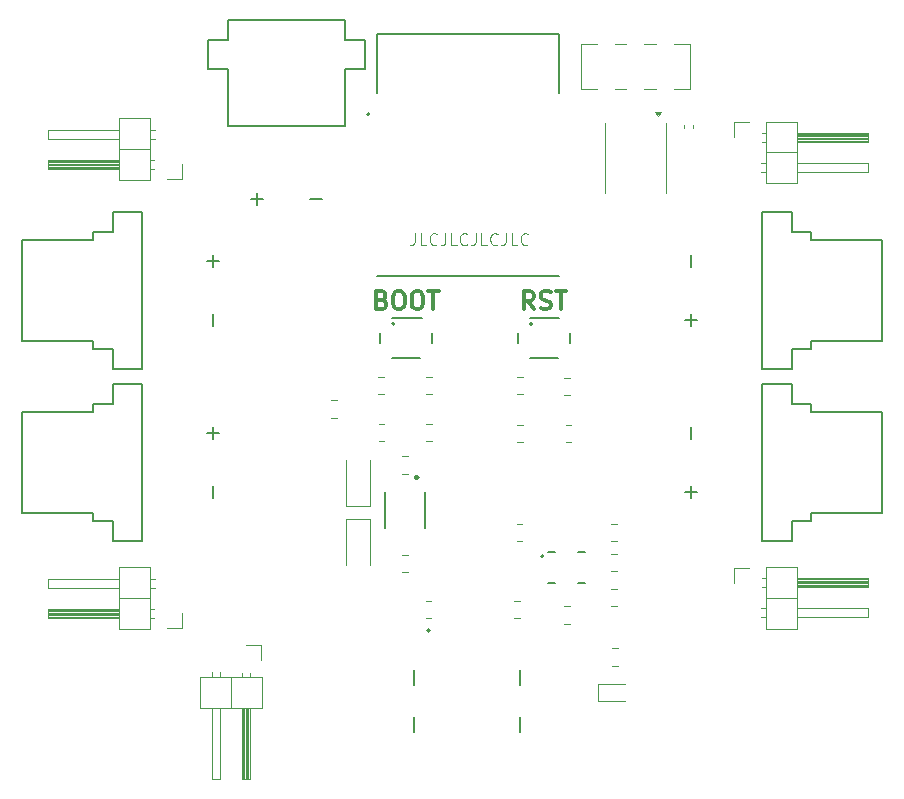
<source format=gbr>
%TF.GenerationSoftware,KiCad,Pcbnew,8.0.0*%
%TF.CreationDate,2024-09-30T11:26:13-07:00*%
%TF.ProjectId,BattleBot,42617474-6c65-4426-9f74-2e6b69636164,rev?*%
%TF.SameCoordinates,Original*%
%TF.FileFunction,Legend,Top*%
%TF.FilePolarity,Positive*%
%FSLAX46Y46*%
G04 Gerber Fmt 4.6, Leading zero omitted, Abs format (unit mm)*
G04 Created by KiCad (PCBNEW 8.0.0) date 2024-09-30 11:26:13*
%MOMM*%
%LPD*%
G01*
G04 APERTURE LIST*
%ADD10C,0.300000*%
%ADD11C,0.100000*%
%ADD12C,0.120000*%
%ADD13C,0.127000*%
%ADD14C,0.200000*%
%ADD15C,0.150000*%
%ADD16C,0.250000*%
G04 APERTURE END LIST*
D10*
X211554510Y-82765114D02*
X211768796Y-82836542D01*
X211768796Y-82836542D02*
X211840225Y-82907971D01*
X211840225Y-82907971D02*
X211911653Y-83050828D01*
X211911653Y-83050828D02*
X211911653Y-83265114D01*
X211911653Y-83265114D02*
X211840225Y-83407971D01*
X211840225Y-83407971D02*
X211768796Y-83479400D01*
X211768796Y-83479400D02*
X211625939Y-83550828D01*
X211625939Y-83550828D02*
X211054510Y-83550828D01*
X211054510Y-83550828D02*
X211054510Y-82050828D01*
X211054510Y-82050828D02*
X211554510Y-82050828D01*
X211554510Y-82050828D02*
X211697368Y-82122257D01*
X211697368Y-82122257D02*
X211768796Y-82193685D01*
X211768796Y-82193685D02*
X211840225Y-82336542D01*
X211840225Y-82336542D02*
X211840225Y-82479400D01*
X211840225Y-82479400D02*
X211768796Y-82622257D01*
X211768796Y-82622257D02*
X211697368Y-82693685D01*
X211697368Y-82693685D02*
X211554510Y-82765114D01*
X211554510Y-82765114D02*
X211054510Y-82765114D01*
X212840225Y-82050828D02*
X213125939Y-82050828D01*
X213125939Y-82050828D02*
X213268796Y-82122257D01*
X213268796Y-82122257D02*
X213411653Y-82265114D01*
X213411653Y-82265114D02*
X213483082Y-82550828D01*
X213483082Y-82550828D02*
X213483082Y-83050828D01*
X213483082Y-83050828D02*
X213411653Y-83336542D01*
X213411653Y-83336542D02*
X213268796Y-83479400D01*
X213268796Y-83479400D02*
X213125939Y-83550828D01*
X213125939Y-83550828D02*
X212840225Y-83550828D01*
X212840225Y-83550828D02*
X212697368Y-83479400D01*
X212697368Y-83479400D02*
X212554510Y-83336542D01*
X212554510Y-83336542D02*
X212483082Y-83050828D01*
X212483082Y-83050828D02*
X212483082Y-82550828D01*
X212483082Y-82550828D02*
X212554510Y-82265114D01*
X212554510Y-82265114D02*
X212697368Y-82122257D01*
X212697368Y-82122257D02*
X212840225Y-82050828D01*
X214411654Y-82050828D02*
X214697368Y-82050828D01*
X214697368Y-82050828D02*
X214840225Y-82122257D01*
X214840225Y-82122257D02*
X214983082Y-82265114D01*
X214983082Y-82265114D02*
X215054511Y-82550828D01*
X215054511Y-82550828D02*
X215054511Y-83050828D01*
X215054511Y-83050828D02*
X214983082Y-83336542D01*
X214983082Y-83336542D02*
X214840225Y-83479400D01*
X214840225Y-83479400D02*
X214697368Y-83550828D01*
X214697368Y-83550828D02*
X214411654Y-83550828D01*
X214411654Y-83550828D02*
X214268797Y-83479400D01*
X214268797Y-83479400D02*
X214125939Y-83336542D01*
X214125939Y-83336542D02*
X214054511Y-83050828D01*
X214054511Y-83050828D02*
X214054511Y-82550828D01*
X214054511Y-82550828D02*
X214125939Y-82265114D01*
X214125939Y-82265114D02*
X214268797Y-82122257D01*
X214268797Y-82122257D02*
X214411654Y-82050828D01*
X215483083Y-82050828D02*
X216340226Y-82050828D01*
X215911654Y-83550828D02*
X215911654Y-82050828D01*
D11*
X214339598Y-77122419D02*
X214339598Y-77836704D01*
X214339598Y-77836704D02*
X214291979Y-77979561D01*
X214291979Y-77979561D02*
X214196741Y-78074800D01*
X214196741Y-78074800D02*
X214053884Y-78122419D01*
X214053884Y-78122419D02*
X213958646Y-78122419D01*
X215291979Y-78122419D02*
X214815789Y-78122419D01*
X214815789Y-78122419D02*
X214815789Y-77122419D01*
X216196741Y-78027180D02*
X216149122Y-78074800D01*
X216149122Y-78074800D02*
X216006265Y-78122419D01*
X216006265Y-78122419D02*
X215911027Y-78122419D01*
X215911027Y-78122419D02*
X215768170Y-78074800D01*
X215768170Y-78074800D02*
X215672932Y-77979561D01*
X215672932Y-77979561D02*
X215625313Y-77884323D01*
X215625313Y-77884323D02*
X215577694Y-77693847D01*
X215577694Y-77693847D02*
X215577694Y-77550990D01*
X215577694Y-77550990D02*
X215625313Y-77360514D01*
X215625313Y-77360514D02*
X215672932Y-77265276D01*
X215672932Y-77265276D02*
X215768170Y-77170038D01*
X215768170Y-77170038D02*
X215911027Y-77122419D01*
X215911027Y-77122419D02*
X216006265Y-77122419D01*
X216006265Y-77122419D02*
X216149122Y-77170038D01*
X216149122Y-77170038D02*
X216196741Y-77217657D01*
X216911027Y-77122419D02*
X216911027Y-77836704D01*
X216911027Y-77836704D02*
X216863408Y-77979561D01*
X216863408Y-77979561D02*
X216768170Y-78074800D01*
X216768170Y-78074800D02*
X216625313Y-78122419D01*
X216625313Y-78122419D02*
X216530075Y-78122419D01*
X217863408Y-78122419D02*
X217387218Y-78122419D01*
X217387218Y-78122419D02*
X217387218Y-77122419D01*
X218768170Y-78027180D02*
X218720551Y-78074800D01*
X218720551Y-78074800D02*
X218577694Y-78122419D01*
X218577694Y-78122419D02*
X218482456Y-78122419D01*
X218482456Y-78122419D02*
X218339599Y-78074800D01*
X218339599Y-78074800D02*
X218244361Y-77979561D01*
X218244361Y-77979561D02*
X218196742Y-77884323D01*
X218196742Y-77884323D02*
X218149123Y-77693847D01*
X218149123Y-77693847D02*
X218149123Y-77550990D01*
X218149123Y-77550990D02*
X218196742Y-77360514D01*
X218196742Y-77360514D02*
X218244361Y-77265276D01*
X218244361Y-77265276D02*
X218339599Y-77170038D01*
X218339599Y-77170038D02*
X218482456Y-77122419D01*
X218482456Y-77122419D02*
X218577694Y-77122419D01*
X218577694Y-77122419D02*
X218720551Y-77170038D01*
X218720551Y-77170038D02*
X218768170Y-77217657D01*
X219482456Y-77122419D02*
X219482456Y-77836704D01*
X219482456Y-77836704D02*
X219434837Y-77979561D01*
X219434837Y-77979561D02*
X219339599Y-78074800D01*
X219339599Y-78074800D02*
X219196742Y-78122419D01*
X219196742Y-78122419D02*
X219101504Y-78122419D01*
X220434837Y-78122419D02*
X219958647Y-78122419D01*
X219958647Y-78122419D02*
X219958647Y-77122419D01*
X221339599Y-78027180D02*
X221291980Y-78074800D01*
X221291980Y-78074800D02*
X221149123Y-78122419D01*
X221149123Y-78122419D02*
X221053885Y-78122419D01*
X221053885Y-78122419D02*
X220911028Y-78074800D01*
X220911028Y-78074800D02*
X220815790Y-77979561D01*
X220815790Y-77979561D02*
X220768171Y-77884323D01*
X220768171Y-77884323D02*
X220720552Y-77693847D01*
X220720552Y-77693847D02*
X220720552Y-77550990D01*
X220720552Y-77550990D02*
X220768171Y-77360514D01*
X220768171Y-77360514D02*
X220815790Y-77265276D01*
X220815790Y-77265276D02*
X220911028Y-77170038D01*
X220911028Y-77170038D02*
X221053885Y-77122419D01*
X221053885Y-77122419D02*
X221149123Y-77122419D01*
X221149123Y-77122419D02*
X221291980Y-77170038D01*
X221291980Y-77170038D02*
X221339599Y-77217657D01*
X222053885Y-77122419D02*
X222053885Y-77836704D01*
X222053885Y-77836704D02*
X222006266Y-77979561D01*
X222006266Y-77979561D02*
X221911028Y-78074800D01*
X221911028Y-78074800D02*
X221768171Y-78122419D01*
X221768171Y-78122419D02*
X221672933Y-78122419D01*
X223006266Y-78122419D02*
X222530076Y-78122419D01*
X222530076Y-78122419D02*
X222530076Y-77122419D01*
X223911028Y-78027180D02*
X223863409Y-78074800D01*
X223863409Y-78074800D02*
X223720552Y-78122419D01*
X223720552Y-78122419D02*
X223625314Y-78122419D01*
X223625314Y-78122419D02*
X223482457Y-78074800D01*
X223482457Y-78074800D02*
X223387219Y-77979561D01*
X223387219Y-77979561D02*
X223339600Y-77884323D01*
X223339600Y-77884323D02*
X223291981Y-77693847D01*
X223291981Y-77693847D02*
X223291981Y-77550990D01*
X223291981Y-77550990D02*
X223339600Y-77360514D01*
X223339600Y-77360514D02*
X223387219Y-77265276D01*
X223387219Y-77265276D02*
X223482457Y-77170038D01*
X223482457Y-77170038D02*
X223625314Y-77122419D01*
X223625314Y-77122419D02*
X223720552Y-77122419D01*
X223720552Y-77122419D02*
X223863409Y-77170038D01*
X223863409Y-77170038D02*
X223911028Y-77217657D01*
D10*
X224411653Y-83550828D02*
X223911653Y-82836542D01*
X223554510Y-83550828D02*
X223554510Y-82050828D01*
X223554510Y-82050828D02*
X224125939Y-82050828D01*
X224125939Y-82050828D02*
X224268796Y-82122257D01*
X224268796Y-82122257D02*
X224340225Y-82193685D01*
X224340225Y-82193685D02*
X224411653Y-82336542D01*
X224411653Y-82336542D02*
X224411653Y-82550828D01*
X224411653Y-82550828D02*
X224340225Y-82693685D01*
X224340225Y-82693685D02*
X224268796Y-82765114D01*
X224268796Y-82765114D02*
X224125939Y-82836542D01*
X224125939Y-82836542D02*
X223554510Y-82836542D01*
X224983082Y-83479400D02*
X225197368Y-83550828D01*
X225197368Y-83550828D02*
X225554510Y-83550828D01*
X225554510Y-83550828D02*
X225697368Y-83479400D01*
X225697368Y-83479400D02*
X225768796Y-83407971D01*
X225768796Y-83407971D02*
X225840225Y-83265114D01*
X225840225Y-83265114D02*
X225840225Y-83122257D01*
X225840225Y-83122257D02*
X225768796Y-82979400D01*
X225768796Y-82979400D02*
X225697368Y-82907971D01*
X225697368Y-82907971D02*
X225554510Y-82836542D01*
X225554510Y-82836542D02*
X225268796Y-82765114D01*
X225268796Y-82765114D02*
X225125939Y-82693685D01*
X225125939Y-82693685D02*
X225054510Y-82622257D01*
X225054510Y-82622257D02*
X224983082Y-82479400D01*
X224983082Y-82479400D02*
X224983082Y-82336542D01*
X224983082Y-82336542D02*
X225054510Y-82193685D01*
X225054510Y-82193685D02*
X225125939Y-82122257D01*
X225125939Y-82122257D02*
X225268796Y-82050828D01*
X225268796Y-82050828D02*
X225625939Y-82050828D01*
X225625939Y-82050828D02*
X225840225Y-82122257D01*
X226268796Y-82050828D02*
X227125939Y-82050828D01*
X226697367Y-83550828D02*
X226697367Y-82050828D01*
D12*
%TO.C,D3*%
X208525001Y-101344467D02*
X208525001Y-105204467D01*
X210525001Y-101344467D02*
X208525001Y-101344467D01*
X210525001Y-101344467D02*
X210525001Y-105204467D01*
%TO.C,J7*%
X241355000Y-105455000D02*
X242625000Y-105455000D01*
X241355000Y-106725000D02*
X241355000Y-105455000D01*
X243667929Y-108885000D02*
X244065000Y-108885000D01*
X243667929Y-109645000D02*
X244065000Y-109645000D01*
X243735000Y-106345000D02*
X244065000Y-106345000D01*
X243735000Y-107105000D02*
X244065000Y-107105000D01*
X244065000Y-105395000D02*
X244065000Y-110595000D01*
X244065000Y-107995000D02*
X246725000Y-107995000D01*
X244065000Y-110595000D02*
X246725000Y-110595000D01*
X246725000Y-105395000D02*
X244065000Y-105395000D01*
X246725000Y-106345000D02*
X252725000Y-106345000D01*
X246725000Y-106405000D02*
X252725000Y-106405000D01*
X246725000Y-106525000D02*
X252725000Y-106525000D01*
X246725000Y-106645000D02*
X252725000Y-106645000D01*
X246725000Y-106765000D02*
X252725000Y-106765000D01*
X246725000Y-106885000D02*
X252725000Y-106885000D01*
X246725000Y-107005000D02*
X252725000Y-107005000D01*
X246725000Y-108885000D02*
X252725000Y-108885000D01*
X246725000Y-110595000D02*
X246725000Y-105395000D01*
X252725000Y-106345000D02*
X252725000Y-107105000D01*
X252725000Y-107105000D02*
X246725000Y-107105000D01*
X252725000Y-108885000D02*
X252725000Y-109645000D01*
X252725000Y-109645000D02*
X246725000Y-109645000D01*
%TO.C,Q1*%
X230430000Y-67805000D02*
X230430000Y-73695000D01*
X235570000Y-67805000D02*
X235570000Y-73695000D01*
X234925000Y-67175000D02*
X234685000Y-66845000D01*
X235165000Y-66845000D01*
X234925000Y-67175000D01*
G36*
X234925000Y-67175000D02*
G01*
X234685000Y-66845000D01*
X235165000Y-66845000D01*
X234925000Y-67175000D01*
G37*
D13*
%TO.C,J5*%
X237750000Y-79000000D02*
X237750000Y-80000000D01*
X237750000Y-84000000D02*
X237750000Y-85000000D01*
X238250000Y-84500000D02*
X237250000Y-84500000D01*
X243750000Y-75350000D02*
X246250000Y-75350000D01*
X243750000Y-88650000D02*
X243750000Y-75350000D01*
X243750000Y-88650000D02*
X246250000Y-88650000D01*
X246250000Y-75350000D02*
X246250000Y-77050000D01*
X246250000Y-77050000D02*
X247900000Y-77050000D01*
X246250000Y-86950000D02*
X247900000Y-86950000D01*
X246250000Y-88650000D02*
X246250000Y-86950000D01*
X247900000Y-77050000D02*
X247900000Y-77730000D01*
X247900000Y-77730000D02*
X253900000Y-77730000D01*
X247900000Y-86270000D02*
X253900000Y-86270000D01*
X247900000Y-86950000D02*
X247900000Y-86270000D01*
X253900000Y-77730000D02*
X253900000Y-86270000D01*
%TO.C,MCU1*%
X211150000Y-60225000D02*
X226550000Y-60225000D01*
X211150000Y-65275000D02*
X211150000Y-60225000D01*
X226550000Y-60225000D02*
X226550000Y-65275000D01*
X226550000Y-80725000D02*
X211150000Y-80725000D01*
D14*
X210500000Y-67050000D02*
G75*
G02*
X210300000Y-67050000I-100000J0D01*
G01*
X210300000Y-67050000D02*
G75*
G02*
X210500000Y-67050000I100000J0D01*
G01*
D12*
%TO.C,J2*%
X241355000Y-67730000D02*
X242625000Y-67730000D01*
X241355000Y-69000000D02*
X241355000Y-67730000D01*
X243667929Y-71160000D02*
X244065000Y-71160000D01*
X243667929Y-71920000D02*
X244065000Y-71920000D01*
X243735000Y-68620000D02*
X244065000Y-68620000D01*
X243735000Y-69380000D02*
X244065000Y-69380000D01*
X244065000Y-67670000D02*
X244065000Y-72870000D01*
X244065000Y-70270000D02*
X246725000Y-70270000D01*
X244065000Y-72870000D02*
X246725000Y-72870000D01*
X246725000Y-67670000D02*
X244065000Y-67670000D01*
X246725000Y-68620000D02*
X252725000Y-68620000D01*
X246725000Y-68680000D02*
X252725000Y-68680000D01*
X246725000Y-68800000D02*
X252725000Y-68800000D01*
X246725000Y-68920000D02*
X252725000Y-68920000D01*
X246725000Y-69040000D02*
X252725000Y-69040000D01*
X246725000Y-69160000D02*
X252725000Y-69160000D01*
X246725000Y-69280000D02*
X252725000Y-69280000D01*
X246725000Y-71160000D02*
X252725000Y-71160000D01*
X246725000Y-72870000D02*
X246725000Y-67670000D01*
X252725000Y-68620000D02*
X252725000Y-69380000D01*
X252725000Y-69380000D02*
X246725000Y-69380000D01*
X252725000Y-71160000D02*
X252725000Y-71920000D01*
X252725000Y-71920000D02*
X246725000Y-71920000D01*
D14*
%TO.C,SW3*%
X223075000Y-85600000D02*
X223075000Y-86400000D01*
X224075000Y-84300000D02*
X226575000Y-84300000D01*
X224075000Y-87700000D02*
X226475000Y-87700000D01*
X227475000Y-85600000D02*
X227475000Y-86400000D01*
X224275000Y-84800000D02*
G75*
G02*
X224075000Y-84800000I-100000J0D01*
G01*
X224075000Y-84800000D02*
G75*
G02*
X224275000Y-84800000I100000J0D01*
G01*
D12*
%TO.C,J8*%
X183275000Y-68355000D02*
X189275000Y-68355000D01*
X183275000Y-69115000D02*
X183275000Y-68355000D01*
X183275000Y-70895000D02*
X189275000Y-70895000D01*
X183275000Y-71655000D02*
X183275000Y-70895000D01*
X189275000Y-67405000D02*
X189275000Y-72605000D01*
X189275000Y-69115000D02*
X183275000Y-69115000D01*
X189275000Y-70995000D02*
X183275000Y-70995000D01*
X189275000Y-71115000D02*
X183275000Y-71115000D01*
X189275000Y-71235000D02*
X183275000Y-71235000D01*
X189275000Y-71355000D02*
X183275000Y-71355000D01*
X189275000Y-71475000D02*
X183275000Y-71475000D01*
X189275000Y-71595000D02*
X183275000Y-71595000D01*
X189275000Y-71655000D02*
X183275000Y-71655000D01*
X189275000Y-72605000D02*
X191935000Y-72605000D01*
X191935000Y-67405000D02*
X189275000Y-67405000D01*
X191935000Y-70005000D02*
X189275000Y-70005000D01*
X191935000Y-72605000D02*
X191935000Y-67405000D01*
X192265000Y-70895000D02*
X191935000Y-70895000D01*
X192265000Y-71655000D02*
X191935000Y-71655000D01*
X192332071Y-68355000D02*
X191935000Y-68355000D01*
X192332071Y-69115000D02*
X191935000Y-69115000D01*
X194645000Y-71275000D02*
X194645000Y-72545000D01*
X194645000Y-72545000D02*
X193375000Y-72545000D01*
%TO.C,C3*%
X230938748Y-107215000D02*
X231461252Y-107215000D01*
X230938748Y-108685000D02*
X231461252Y-108685000D01*
%TO.C,J9*%
X183275000Y-106355000D02*
X189275000Y-106355000D01*
X183275000Y-107115000D02*
X183275000Y-106355000D01*
X183275000Y-108895000D02*
X189275000Y-108895000D01*
X183275000Y-109655000D02*
X183275000Y-108895000D01*
X189275000Y-105405000D02*
X189275000Y-110605000D01*
X189275000Y-107115000D02*
X183275000Y-107115000D01*
X189275000Y-108995000D02*
X183275000Y-108995000D01*
X189275000Y-109115000D02*
X183275000Y-109115000D01*
X189275000Y-109235000D02*
X183275000Y-109235000D01*
X189275000Y-109355000D02*
X183275000Y-109355000D01*
X189275000Y-109475000D02*
X183275000Y-109475000D01*
X189275000Y-109595000D02*
X183275000Y-109595000D01*
X189275000Y-109655000D02*
X183275000Y-109655000D01*
X189275000Y-110605000D02*
X191935000Y-110605000D01*
X191935000Y-105405000D02*
X189275000Y-105405000D01*
X191935000Y-108005000D02*
X189275000Y-108005000D01*
X191935000Y-110605000D02*
X191935000Y-105405000D01*
X192265000Y-108895000D02*
X191935000Y-108895000D01*
X192265000Y-109655000D02*
X191935000Y-109655000D01*
X192332071Y-106355000D02*
X191935000Y-106355000D01*
X192332071Y-107115000D02*
X191935000Y-107115000D01*
X194645000Y-109275000D02*
X194645000Y-110545000D01*
X194645000Y-110545000D02*
X193375000Y-110545000D01*
%TO.C,C12*%
X222988748Y-93340000D02*
X223511252Y-93340000D01*
X222988748Y-94810000D02*
X223511252Y-94810000D01*
D13*
%TO.C,J3*%
X196850000Y-60750000D02*
X198550000Y-60750000D01*
X196850000Y-63250000D02*
X196850000Y-60750000D01*
X198550000Y-59050000D02*
X208450000Y-59050000D01*
X198550000Y-60750000D02*
X198550000Y-59050000D01*
X198550000Y-63250000D02*
X196850000Y-63250000D01*
X198550000Y-68050000D02*
X198550000Y-63250000D01*
X200500000Y-74250000D02*
X201500000Y-74250000D01*
X201000000Y-74750000D02*
X201000000Y-73750000D01*
X205500000Y-74250000D02*
X206500000Y-74250000D01*
X208450000Y-59050000D02*
X208450000Y-60750000D01*
X208450000Y-60750000D02*
X210150000Y-60750000D01*
X208450000Y-63250000D02*
X208450000Y-68050000D01*
X208450000Y-68050000D02*
X198550000Y-68050000D01*
X210150000Y-60750000D02*
X210150000Y-63250000D01*
X210150000Y-63250000D02*
X208450000Y-63250000D01*
D12*
%TO.C,C11*%
X227511252Y-89340000D02*
X226988748Y-89340000D01*
X227511252Y-90810000D02*
X226988748Y-90810000D01*
%TO.C,R10*%
X211272936Y-93265000D02*
X211727064Y-93265000D01*
X211272936Y-94735000D02*
X211727064Y-94735000D01*
%TO.C,R2*%
X215727064Y-108265000D02*
X215272936Y-108265000D01*
X215727064Y-109735000D02*
X215272936Y-109735000D01*
%TO.C,R12*%
X227564564Y-93340000D02*
X227110436Y-93340000D01*
X227564564Y-94810000D02*
X227110436Y-94810000D01*
%TO.C,C4*%
X227511252Y-108715000D02*
X226988748Y-108715000D01*
X227511252Y-110185000D02*
X226988748Y-110185000D01*
%TO.C,R6*%
X237120000Y-67915982D02*
X237120000Y-68223264D01*
X237880000Y-67915982D02*
X237880000Y-68223264D01*
%TO.C,D2*%
X229802500Y-115265000D02*
X229802500Y-116735000D01*
X229802500Y-116735000D02*
X232087500Y-116735000D01*
X232087500Y-115265000D02*
X229802500Y-115265000D01*
%TO.C,C13*%
X215288748Y-93265000D02*
X215811252Y-93265000D01*
X215288748Y-94735000D02*
X215811252Y-94735000D01*
D13*
%TO.C,J4*%
X181100000Y-100770000D02*
X181100000Y-92230000D01*
X187100000Y-91550000D02*
X187100000Y-92230000D01*
X187100000Y-92230000D02*
X181100000Y-92230000D01*
X187100000Y-100770000D02*
X181100000Y-100770000D01*
X187100000Y-101450000D02*
X187100000Y-100770000D01*
X188750000Y-89850000D02*
X188750000Y-91550000D01*
X188750000Y-91550000D02*
X187100000Y-91550000D01*
X188750000Y-101450000D02*
X187100000Y-101450000D01*
X188750000Y-103150000D02*
X188750000Y-101450000D01*
X191250000Y-89850000D02*
X188750000Y-89850000D01*
X191250000Y-89850000D02*
X191250000Y-103150000D01*
X191250000Y-103150000D02*
X188750000Y-103150000D01*
X196750000Y-94000000D02*
X197750000Y-94000000D01*
X197250000Y-94500000D02*
X197250000Y-93500000D01*
X197250000Y-99500000D02*
X197250000Y-98500000D01*
D12*
%TO.C,C1*%
X213238748Y-96015000D02*
X213761252Y-96015000D01*
X213238748Y-97485000D02*
X213761252Y-97485000D01*
D15*
%TO.C,LDO1*%
X211825002Y-99054467D02*
X211825002Y-102054467D01*
X215225000Y-99054467D02*
X215225000Y-102054467D01*
D16*
X214625001Y-97798402D02*
G75*
G02*
X214374999Y-97798402I-125001J0D01*
G01*
X214374999Y-97798402D02*
G75*
G02*
X214625001Y-97798402I125001J0D01*
G01*
D12*
%TO.C,C5*%
X211761252Y-89265000D02*
X211238748Y-89265000D01*
X211761252Y-90735000D02*
X211238748Y-90735000D01*
%TO.C,SW2*%
X228390000Y-61090000D02*
X228390000Y-64910000D01*
X228390000Y-64910000D02*
X229740000Y-64910000D01*
X229740000Y-61090000D02*
X228390000Y-61090000D01*
X232240000Y-61090000D02*
X231260000Y-61090000D01*
X232240000Y-64910000D02*
X231260000Y-64910000D01*
X234740000Y-61090000D02*
X233760000Y-61090000D01*
X234740000Y-64910000D02*
X233760000Y-64910000D01*
X237610000Y-61090000D02*
X236260000Y-61090000D01*
X237610000Y-61090000D02*
X237610000Y-64910000D01*
X237610000Y-64910000D02*
X236260000Y-64910000D01*
%TO.C,R13*%
X223452064Y-89265000D02*
X222997936Y-89265000D01*
X223452064Y-90735000D02*
X222997936Y-90735000D01*
%TO.C,C14*%
X215288748Y-89265000D02*
X215811252Y-89265000D01*
X215288748Y-90735000D02*
X215811252Y-90735000D01*
D13*
%TO.C,J6*%
X237750000Y-93500000D02*
X237750000Y-94500000D01*
X237750000Y-98500000D02*
X237750000Y-99500000D01*
X238250000Y-99000000D02*
X237250000Y-99000000D01*
X243750000Y-89850000D02*
X246250000Y-89850000D01*
X243750000Y-103150000D02*
X243750000Y-89850000D01*
X243750000Y-103150000D02*
X246250000Y-103150000D01*
X246250000Y-89850000D02*
X246250000Y-91550000D01*
X246250000Y-91550000D02*
X247900000Y-91550000D01*
X246250000Y-101450000D02*
X247900000Y-101450000D01*
X246250000Y-103150000D02*
X246250000Y-101450000D01*
X247900000Y-91550000D02*
X247900000Y-92230000D01*
X247900000Y-92230000D02*
X253900000Y-92230000D01*
X247900000Y-100770000D02*
X253900000Y-100770000D01*
X247900000Y-101450000D02*
X247900000Y-100770000D01*
X253900000Y-92230000D02*
X253900000Y-100770000D01*
D12*
%TO.C,R4*%
X230972936Y-101715000D02*
X231427064Y-101715000D01*
X230972936Y-103185000D02*
X231427064Y-103185000D01*
D13*
%TO.C,J1*%
X181100000Y-86270000D02*
X181100000Y-77730000D01*
X187100000Y-77050000D02*
X187100000Y-77730000D01*
X187100000Y-77730000D02*
X181100000Y-77730000D01*
X187100000Y-86270000D02*
X181100000Y-86270000D01*
X187100000Y-86950000D02*
X187100000Y-86270000D01*
X188750000Y-75350000D02*
X188750000Y-77050000D01*
X188750000Y-77050000D02*
X187100000Y-77050000D01*
X188750000Y-86950000D02*
X187100000Y-86950000D01*
X188750000Y-88650000D02*
X188750000Y-86950000D01*
X191250000Y-75350000D02*
X188750000Y-75350000D01*
X191250000Y-75350000D02*
X191250000Y-88650000D01*
X191250000Y-88650000D02*
X188750000Y-88650000D01*
X196750000Y-79500000D02*
X197750000Y-79500000D01*
X197250000Y-80000000D02*
X197250000Y-79000000D01*
X197250000Y-85000000D02*
X197250000Y-84000000D01*
D12*
%TO.C,J10*%
X196170000Y-114690000D02*
X196170000Y-117350000D01*
X196170000Y-117350000D02*
X201370000Y-117350000D01*
X197120000Y-114292929D02*
X197120000Y-114690000D01*
X197120000Y-123350000D02*
X197120000Y-117350000D01*
X197880000Y-114292929D02*
X197880000Y-114690000D01*
X197880000Y-117350000D02*
X197880000Y-123350000D01*
X197880000Y-123350000D02*
X197120000Y-123350000D01*
X198770000Y-114690000D02*
X198770000Y-117350000D01*
X199660000Y-114360000D02*
X199660000Y-114690000D01*
X199660000Y-123350000D02*
X199660000Y-117350000D01*
X199760000Y-117350000D02*
X199760000Y-123350000D01*
X199880000Y-117350000D02*
X199880000Y-123350000D01*
X200000000Y-117350000D02*
X200000000Y-123350000D01*
X200040000Y-111980000D02*
X201310000Y-111980000D01*
X200120000Y-117350000D02*
X200120000Y-123350000D01*
X200240000Y-117350000D02*
X200240000Y-123350000D01*
X200360000Y-117350000D02*
X200360000Y-123350000D01*
X200420000Y-114360000D02*
X200420000Y-114690000D01*
X200420000Y-117350000D02*
X200420000Y-123350000D01*
X200420000Y-123350000D02*
X199660000Y-123350000D01*
X201310000Y-111980000D02*
X201310000Y-113250000D01*
X201370000Y-114690000D02*
X196170000Y-114690000D01*
X201370000Y-117350000D02*
X201370000Y-114690000D01*
%TO.C,R16*%
X231060436Y-112265000D02*
X231514564Y-112265000D01*
X231060436Y-113735000D02*
X231514564Y-113735000D01*
%TO.C,R5*%
X223427064Y-101715000D02*
X222972936Y-101715000D01*
X223427064Y-103185000D02*
X222972936Y-103185000D01*
D14*
%TO.C,J11*%
X214280000Y-114105000D02*
X214280000Y-115355000D01*
X214280000Y-118075000D02*
X214280000Y-119355000D01*
X223220000Y-114105000D02*
X223220000Y-115355000D01*
X223220000Y-119355000D02*
X223220000Y-118075000D01*
X215600000Y-110755000D02*
G75*
G02*
X215400000Y-110755000I-100000J0D01*
G01*
X215400000Y-110755000D02*
G75*
G02*
X215600000Y-110755000I100000J0D01*
G01*
D12*
%TO.C,C2*%
X213263749Y-104360000D02*
X213786253Y-104360000D01*
X213263749Y-105830000D02*
X213786253Y-105830000D01*
%TO.C,D1*%
X208500000Y-100210000D02*
X208500000Y-96350000D01*
X208500000Y-100210000D02*
X210500000Y-100210000D01*
X210500000Y-100210000D02*
X210500000Y-96350000D01*
D13*
%TO.C,Accelerometer1*%
X225650000Y-106750000D02*
X226210000Y-106750000D01*
X226210000Y-104150000D02*
X225650000Y-104150000D01*
X228190000Y-104150000D02*
X228750000Y-104150000D01*
X228190000Y-106750000D02*
X228750000Y-106750000D01*
D14*
X225210000Y-104455000D02*
G75*
G02*
X225010000Y-104455000I-100000J0D01*
G01*
X225010000Y-104455000D02*
G75*
G02*
X225210000Y-104455000I100000J0D01*
G01*
D12*
%TO.C,R11*%
X207727064Y-91265000D02*
X207272936Y-91265000D01*
X207727064Y-92735000D02*
X207272936Y-92735000D01*
D14*
%TO.C,SW4*%
X211400000Y-85600000D02*
X211400000Y-86400000D01*
X212400000Y-84300000D02*
X214900000Y-84300000D01*
X212400000Y-87700000D02*
X214800000Y-87700000D01*
X215800000Y-85600000D02*
X215800000Y-86400000D01*
X212600000Y-84800000D02*
G75*
G02*
X212400000Y-84800000I-100000J0D01*
G01*
X212400000Y-84800000D02*
G75*
G02*
X212600000Y-84800000I100000J0D01*
G01*
D12*
%TO.C,R1*%
X222772936Y-108265000D02*
X223227064Y-108265000D01*
X222772936Y-109735000D02*
X223227064Y-109735000D01*
%TO.C,R3*%
X230972936Y-104265000D02*
X231427064Y-104265000D01*
X230972936Y-105735000D02*
X231427064Y-105735000D01*
%TD*%
M02*

</source>
